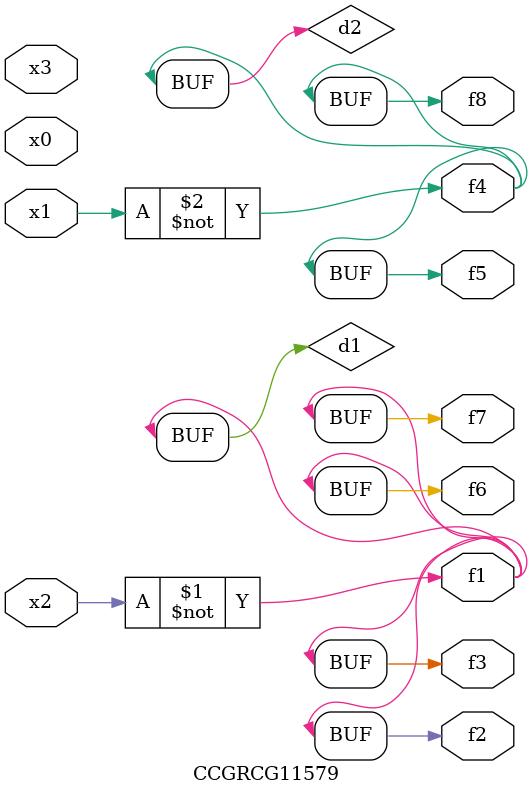
<source format=v>
module CCGRCG11579(
	input x0, x1, x2, x3,
	output f1, f2, f3, f4, f5, f6, f7, f8
);

	wire d1, d2;

	xnor (d1, x2);
	not (d2, x1);
	assign f1 = d1;
	assign f2 = d1;
	assign f3 = d1;
	assign f4 = d2;
	assign f5 = d2;
	assign f6 = d1;
	assign f7 = d1;
	assign f8 = d2;
endmodule

</source>
